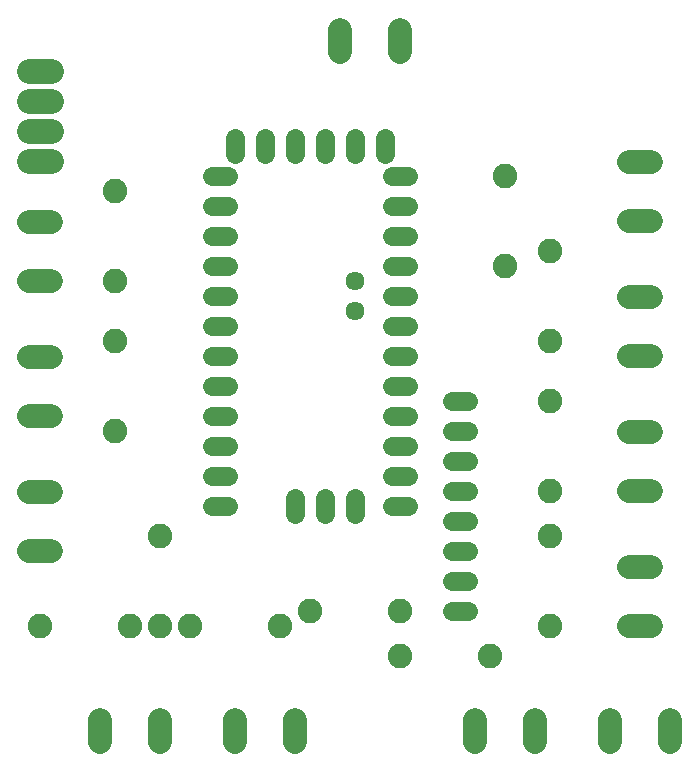
<source format=gts>
G75*
%MOIN*%
%OFA0B0*%
%FSLAX25Y25*%
%IPPOS*%
%LPD*%
%AMOC8*
5,1,8,0,0,1.08239X$1,22.5*
%
%ADD10C,0.08200*%
%ADD11C,0.08200*%
%ADD12C,0.06350*%
%ADD13C,0.06350*%
%ADD14C,0.07900*%
%ADD15C,0.06400*%
D10*
X0017900Y0211600D02*
X0025300Y0211600D01*
X0025300Y0221600D02*
X0017900Y0221600D01*
X0017900Y0231600D02*
X0025300Y0231600D01*
X0025300Y0241600D02*
X0017900Y0241600D01*
D11*
X0046600Y0201600D03*
X0046600Y0171600D03*
X0046600Y0151600D03*
X0046600Y0121600D03*
X0061600Y0086600D03*
X0061600Y0056600D03*
X0051600Y0056600D03*
X0071600Y0056600D03*
X0101600Y0056600D03*
X0111600Y0061600D03*
X0141600Y0061600D03*
X0141600Y0046600D03*
X0171600Y0046600D03*
X0191600Y0056600D03*
X0191600Y0086600D03*
X0191600Y0101600D03*
X0191600Y0131600D03*
X0191600Y0151600D03*
X0176600Y0176600D03*
X0191600Y0181600D03*
X0176600Y0206600D03*
X0021600Y0056600D03*
D12*
X0078825Y0096600D02*
X0084375Y0096600D01*
X0084375Y0106600D02*
X0078825Y0106600D01*
X0078825Y0116600D02*
X0084375Y0116600D01*
X0084375Y0126600D02*
X0078825Y0126600D01*
X0078825Y0136600D02*
X0084375Y0136600D01*
X0084375Y0146600D02*
X0078825Y0146600D01*
X0078825Y0156600D02*
X0084375Y0156600D01*
X0084375Y0166600D02*
X0078825Y0166600D01*
X0078825Y0176600D02*
X0084375Y0176600D01*
X0084375Y0186600D02*
X0078825Y0186600D01*
X0078825Y0196600D02*
X0084375Y0196600D01*
X0084375Y0206600D02*
X0078825Y0206600D01*
X0086600Y0213825D02*
X0086600Y0219375D01*
X0096600Y0219375D02*
X0096600Y0213825D01*
X0106600Y0213825D02*
X0106600Y0219375D01*
X0116600Y0219375D02*
X0116600Y0213825D01*
X0126600Y0213825D02*
X0126600Y0219375D01*
X0136600Y0219375D02*
X0136600Y0213825D01*
X0138825Y0206600D02*
X0144375Y0206600D01*
X0144375Y0196600D02*
X0138825Y0196600D01*
X0138825Y0186600D02*
X0144375Y0186600D01*
X0144375Y0176600D02*
X0138825Y0176600D01*
X0138825Y0166600D02*
X0144375Y0166600D01*
X0144375Y0156600D02*
X0138825Y0156600D01*
X0138825Y0146600D02*
X0144375Y0146600D01*
X0144375Y0136600D02*
X0138825Y0136600D01*
X0138825Y0126600D02*
X0144375Y0126600D01*
X0144375Y0116600D02*
X0138825Y0116600D01*
X0138825Y0106600D02*
X0144375Y0106600D01*
X0144375Y0096600D02*
X0138825Y0096600D01*
X0126600Y0099375D02*
X0126600Y0093825D01*
X0116600Y0093825D02*
X0116600Y0099375D01*
X0106600Y0099375D02*
X0106600Y0093825D01*
D13*
X0126600Y0161600D03*
X0126600Y0171600D03*
D14*
X0041757Y0025150D02*
X0041757Y0018050D01*
X0061443Y0018050D02*
X0061443Y0025150D01*
X0086757Y0025150D02*
X0086757Y0018050D01*
X0106443Y0018050D02*
X0106443Y0025150D01*
X0166757Y0025150D02*
X0166757Y0018050D01*
X0186443Y0018050D02*
X0186443Y0025150D01*
X0211757Y0025150D02*
X0211757Y0018050D01*
X0231443Y0018050D02*
X0231443Y0025150D01*
X0225150Y0056757D02*
X0218050Y0056757D01*
X0218050Y0076443D02*
X0225150Y0076443D01*
X0225150Y0101757D02*
X0218050Y0101757D01*
X0218050Y0121443D02*
X0225150Y0121443D01*
X0225150Y0146757D02*
X0218050Y0146757D01*
X0218050Y0166443D02*
X0225150Y0166443D01*
X0225150Y0191757D02*
X0218050Y0191757D01*
X0218050Y0211443D02*
X0225150Y0211443D01*
X0141443Y0248050D02*
X0141443Y0255150D01*
X0121757Y0255150D02*
X0121757Y0248050D01*
X0025150Y0191443D02*
X0018050Y0191443D01*
X0018050Y0171757D02*
X0025150Y0171757D01*
X0025150Y0146443D02*
X0018050Y0146443D01*
X0018050Y0126757D02*
X0025150Y0126757D01*
X0025150Y0101443D02*
X0018050Y0101443D01*
X0018050Y0081757D02*
X0025150Y0081757D01*
D15*
X0158800Y0081600D02*
X0164400Y0081600D01*
X0164400Y0071600D02*
X0158800Y0071600D01*
X0158800Y0061600D02*
X0164400Y0061600D01*
X0164400Y0091600D02*
X0158800Y0091600D01*
X0158800Y0101600D02*
X0164400Y0101600D01*
X0164400Y0111600D02*
X0158800Y0111600D01*
X0158800Y0121600D02*
X0164400Y0121600D01*
X0164400Y0131600D02*
X0158800Y0131600D01*
M02*

</source>
